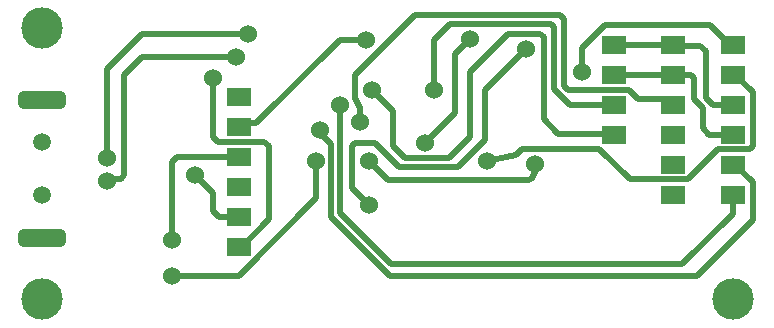
<source format=gbl>
G04*
G04 #@! TF.GenerationSoftware,Altium Limited,Altium Designer,24.4.1 (13)*
G04*
G04 Layer_Physical_Order=2*
G04 Layer_Color=16711680*
%FSLAX44Y44*%
%MOMM*%
G71*
G04*
G04 #@! TF.SameCoordinates,2532A9CE-C595-4F9E-AB26-32F22B0E5C71*
G04*
G04*
G04 #@! TF.FilePolarity,Positive*
G04*
G01*
G75*
%ADD38C,0.5000*%
%ADD39C,3.5000*%
%ADD40C,1.5240*%
%ADD41R,2.0000X1.5000*%
%ADD42C,1.5000*%
G04:AMPARAMS|DCode=43|XSize=4mm|YSize=1.5mm|CornerRadius=0.375mm|HoleSize=0mm|Usage=FLASHONLY|Rotation=0.000|XOffset=0mm|YOffset=0mm|HoleType=Round|Shape=RoundedRectangle|*
%AMROUNDEDRECTD43*
21,1,4.0000,0.7500,0,0,0.0*
21,1,3.2500,1.5000,0,0,0.0*
1,1,0.7500,1.6250,-0.3750*
1,1,0.7500,-1.6250,-0.3750*
1,1,0.7500,-1.6250,0.3750*
1,1,0.7500,1.6250,0.3750*
%
%ADD43ROUNDEDRECTD43*%
D38*
X608500Y241800D02*
X611000D01*
X591800Y258500D02*
X608500Y241800D01*
X503072Y258500D02*
X591800D01*
X483500Y218500D02*
Y238928D01*
X503072Y258500D01*
X468500Y206469D02*
Y263500D01*
X465200Y266800D02*
X468500Y263500D01*
X460240Y204066D02*
Y256331D01*
Y204066D02*
X473306Y191000D01*
X468500Y206469D02*
X471429Y203540D01*
X523088D01*
X473306Y191000D02*
X511000D01*
X457311Y259260D02*
X460240Y256331D01*
X371760Y259260D02*
X457311D01*
X451000Y178500D02*
X463500Y166000D01*
X448071Y251160D02*
X451000Y248231D01*
Y178500D02*
Y248231D01*
X421160Y251160D02*
X448071D01*
X556000Y196000D02*
X561000Y191000D01*
X530628Y196000D02*
X556000D01*
X523088Y203540D02*
X530628Y196000D01*
X176000Y96000D02*
X193000D01*
X511000Y216000D02*
X561000D01*
X625571Y153060D02*
X628500Y155989D01*
Y201400D01*
X613500Y216400D02*
X628500Y201400D01*
X598488Y153060D02*
X625571D01*
X524312Y127660D02*
X573088D01*
X598488Y153060D01*
X498312Y153660D02*
X524312Y127660D01*
X611000Y216400D02*
X613500D01*
X432588Y153660D02*
X498312D01*
X427427Y148500D02*
X432588Y153660D01*
X403500Y143500D02*
X427427Y148500D01*
X443500Y141000D02*
X445644Y138966D01*
X440905Y128897D02*
X444509Y135777D01*
X320108Y126892D02*
X438901D01*
X303500Y143500D02*
X318643Y128357D01*
X444509Y135777D02*
Y137770D01*
X438901Y126892D02*
X440905Y128897D01*
X318643Y128357D02*
X320108Y126892D01*
X333660Y145840D02*
X370840D01*
X323500Y156000D02*
X333660Y145840D01*
X323500Y156000D02*
Y186000D01*
X306000Y203500D02*
X323500Y186000D01*
X370840Y145840D02*
X388500Y163500D01*
Y218500D01*
X401000Y161000D02*
Y203500D01*
X378300Y138300D02*
X401000Y161000D01*
X328700Y138300D02*
X378300D01*
X308500Y158500D02*
X328700Y138300D01*
X291429Y158500D02*
X308500D01*
X388500Y218500D02*
X421160Y251160D01*
X401000Y203500D02*
X436000Y238500D01*
X376000Y183500D02*
Y233500D01*
X351000Y158500D02*
X376000Y183500D01*
Y233500D02*
X389100Y246600D01*
X463500Y166000D02*
X510600D01*
X511000Y165600D01*
X341800Y266800D02*
X465200D01*
X291160Y196567D02*
X296000Y188500D01*
X291160Y196567D02*
Y216160D01*
X296000Y176000D02*
Y188500D01*
X291160Y216160D02*
X341800Y266800D01*
X581000Y46000D02*
X628500Y93500D01*
X613500Y140200D02*
X628500Y125200D01*
Y93500D02*
Y125200D01*
X611000Y140200D02*
X613500D01*
X321663Y56000D02*
X568500D01*
X611000Y98500D01*
Y114800D01*
X278700Y98963D02*
X321663Y56000D01*
X321000Y46000D02*
X581000D01*
X278700Y98963D02*
Y160400D01*
X271000Y96000D02*
X321000Y46000D01*
X278500Y160600D02*
Y191000D01*
Y160600D02*
X278700Y160400D01*
X271160Y96160D02*
Y157277D01*
X261725Y166712D02*
X271160Y157277D01*
X261725Y166712D02*
Y169225D01*
X271000Y96000D02*
X271160Y96160D01*
X258470Y115970D02*
X258518Y116018D01*
X258470Y111643D02*
Y115970D01*
X192828Y46000D02*
X258470Y111643D01*
X258518Y116018D02*
Y143482D01*
X258500Y143500D02*
X258518Y143482D01*
X136000Y46000D02*
X192828D01*
X358500Y203500D02*
Y246000D01*
X371760Y259260D01*
X511000Y241400D02*
X561000D01*
X278500Y246000D02*
X301000D01*
X193000Y172400D02*
X195671Y175071D01*
X207571D01*
X278500Y246000D01*
X288500Y120700D02*
Y155571D01*
X291429Y158500D01*
X288500Y120700D02*
X303350Y105850D01*
X586000Y171000D02*
Y188500D01*
X588500Y196663D02*
X594163Y191000D01*
X578500Y196000D02*
X586000Y188500D01*
X588500Y196663D02*
Y236000D01*
X594163Y191000D02*
X611000D01*
X578500Y196000D02*
Y213471D01*
X591400Y165600D02*
X611000D01*
X586000Y171000D02*
X591400Y165600D01*
X575571Y216400D02*
X578500Y213471D01*
X561000Y216400D02*
X575571D01*
X583500Y241000D02*
X588500Y236000D01*
X561800Y241000D02*
X583500D01*
X561000Y241800D02*
X561800Y241000D01*
X171000Y163500D02*
Y211000D01*
X174960Y159540D02*
X214531D01*
X171000Y163500D02*
X174960Y159540D01*
X214531D02*
X218500Y155571D01*
Y93800D02*
Y155571D01*
X193000Y70800D02*
X195500D01*
X218500Y93800D01*
X81000Y221000D02*
X111000Y251000D01*
X201000D01*
X199265Y249458D02*
X201000Y251000D01*
X197216Y249458D02*
X199265Y249458D01*
X81000Y146000D02*
Y221000D01*
X111000Y231000D02*
X191000D01*
X96000Y216000D02*
X111000Y231000D01*
X140400Y146400D02*
X193000D01*
X136000Y76000D02*
Y142000D01*
X140400Y146400D01*
X96000Y131000D02*
Y216000D01*
X92959Y127959D02*
X96000Y131000D01*
X81000Y126000D02*
X82959Y127959D01*
X92959D01*
X171000Y101000D02*
X176000Y96000D01*
X171000Y101000D02*
Y116000D01*
X156000Y131000D02*
X171000Y116000D01*
D39*
X26000Y256000D02*
D03*
Y26000D02*
D03*
X611000D02*
D03*
D40*
X483500Y218500D02*
D03*
X403500Y143500D02*
D03*
X306000Y203500D02*
D03*
X261725Y169225D02*
D03*
X278500Y191000D02*
D03*
X358500Y203500D02*
D03*
X296000Y176000D02*
D03*
X389100Y246600D02*
D03*
X351000Y158500D02*
D03*
X436000Y238500D02*
D03*
X303350Y105850D02*
D03*
X443500Y141000D02*
D03*
X303500Y143500D02*
D03*
X171000Y213500D02*
D03*
X258500Y143500D02*
D03*
X136000Y46000D02*
D03*
X301000Y246000D02*
D03*
X201000Y251000D02*
D03*
X191000Y231000D02*
D03*
X81000Y126000D02*
D03*
Y146000D02*
D03*
X156000Y131000D02*
D03*
X136000Y76000D02*
D03*
D41*
X561000Y241800D02*
D03*
Y216400D02*
D03*
Y140200D02*
D03*
Y114800D02*
D03*
Y165600D02*
D03*
Y191000D02*
D03*
X193000Y121600D02*
D03*
Y147000D02*
D03*
Y197800D02*
D03*
Y172400D02*
D03*
Y96200D02*
D03*
Y70800D02*
D03*
X611000Y241800D02*
D03*
Y216400D02*
D03*
Y140200D02*
D03*
Y114800D02*
D03*
Y165600D02*
D03*
Y191000D02*
D03*
X511000Y241800D02*
D03*
Y216400D02*
D03*
Y165600D02*
D03*
Y191000D02*
D03*
D42*
X26750Y114110D02*
D03*
Y159110D02*
D03*
D43*
Y78110D02*
D03*
Y195110D02*
D03*
M02*

</source>
